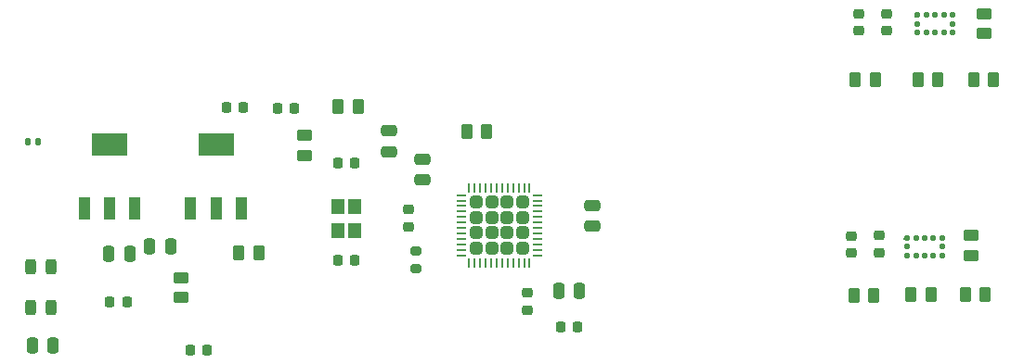
<source format=gtp>
G04 #@! TF.GenerationSoftware,KiCad,Pcbnew,(6.0.1)*
G04 #@! TF.CreationDate,2023-06-26T12:25:45-03:00*
G04 #@! TF.ProjectId,SRR-SCHEMATIC,5352522d-5343-4484-954d-415449432e6b,rev?*
G04 #@! TF.SameCoordinates,Original*
G04 #@! TF.FileFunction,Paste,Top*
G04 #@! TF.FilePolarity,Positive*
%FSLAX46Y46*%
G04 Gerber Fmt 4.6, Leading zero omitted, Abs format (unit mm)*
G04 Created by KiCad (PCBNEW (6.0.1)) date 2023-06-26 12:25:45*
%MOMM*%
%LPD*%
G01*
G04 APERTURE LIST*
G04 Aperture macros list*
%AMRoundRect*
0 Rectangle with rounded corners*
0 $1 Rounding radius*
0 $2 $3 $4 $5 $6 $7 $8 $9 X,Y pos of 4 corners*
0 Add a 4 corners polygon primitive as box body*
4,1,4,$2,$3,$4,$5,$6,$7,$8,$9,$2,$3,0*
0 Add four circle primitives for the rounded corners*
1,1,$1+$1,$2,$3*
1,1,$1+$1,$4,$5*
1,1,$1+$1,$6,$7*
1,1,$1+$1,$8,$9*
0 Add four rect primitives between the rounded corners*
20,1,$1+$1,$2,$3,$4,$5,0*
20,1,$1+$1,$4,$5,$6,$7,0*
20,1,$1+$1,$6,$7,$8,$9,0*
20,1,$1+$1,$8,$9,$2,$3,0*%
G04 Aperture macros list end*
%ADD10RoundRect,0.250000X0.262500X0.450000X-0.262500X0.450000X-0.262500X-0.450000X0.262500X-0.450000X0*%
%ADD11RoundRect,0.225000X-0.250000X0.225000X-0.250000X-0.225000X0.250000X-0.225000X0.250000X0.225000X0*%
%ADD12RoundRect,0.250000X-0.315000X-0.315000X0.315000X-0.315000X0.315000X0.315000X-0.315000X0.315000X0*%
%ADD13RoundRect,0.062500X-0.375000X-0.062500X0.375000X-0.062500X0.375000X0.062500X-0.375000X0.062500X0*%
%ADD14RoundRect,0.062500X-0.062500X-0.375000X0.062500X-0.375000X0.062500X0.375000X-0.062500X0.375000X0*%
%ADD15RoundRect,0.225000X0.250000X-0.225000X0.250000X0.225000X-0.250000X0.225000X-0.250000X-0.225000X0*%
%ADD16RoundRect,0.225000X0.225000X0.250000X-0.225000X0.250000X-0.225000X-0.250000X0.225000X-0.250000X0*%
%ADD17RoundRect,0.250000X0.250000X0.475000X-0.250000X0.475000X-0.250000X-0.475000X0.250000X-0.475000X0*%
%ADD18RoundRect,0.250000X-0.250000X-0.475000X0.250000X-0.475000X0.250000X0.475000X-0.250000X0.475000X0*%
%ADD19RoundRect,0.125000X-0.125000X-0.125000X0.125000X-0.125000X0.125000X0.125000X-0.125000X0.125000X0*%
%ADD20RoundRect,0.062500X-0.127500X-0.062500X0.127500X-0.062500X0.127500X0.062500X-0.127500X0.062500X0*%
%ADD21RoundRect,0.243750X0.243750X0.456250X-0.243750X0.456250X-0.243750X-0.456250X0.243750X-0.456250X0*%
%ADD22RoundRect,0.250000X-0.262500X-0.450000X0.262500X-0.450000X0.262500X0.450000X-0.262500X0.450000X0*%
%ADD23RoundRect,0.250000X0.450000X-0.262500X0.450000X0.262500X-0.450000X0.262500X-0.450000X-0.262500X0*%
%ADD24RoundRect,0.250000X0.475000X-0.250000X0.475000X0.250000X-0.475000X0.250000X-0.475000X-0.250000X0*%
%ADD25RoundRect,0.225000X-0.225000X-0.250000X0.225000X-0.250000X0.225000X0.250000X-0.225000X0.250000X0*%
%ADD26RoundRect,0.147500X-0.147500X-0.172500X0.147500X-0.172500X0.147500X0.172500X-0.147500X0.172500X0*%
%ADD27RoundRect,0.200000X0.275000X-0.200000X0.275000X0.200000X-0.275000X0.200000X-0.275000X-0.200000X0*%
%ADD28R,1.200000X1.400000*%
%ADD29R,1.000000X2.150000*%
%ADD30R,3.250000X2.150000*%
%ADD31RoundRect,0.250000X-0.450000X0.262500X-0.450000X-0.262500X0.450000X-0.262500X0.450000X0.262500X0*%
%ADD32RoundRect,0.250000X-0.475000X0.250000X-0.475000X-0.250000X0.475000X-0.250000X0.475000X0.250000X0*%
G04 APERTURE END LIST*
D10*
X162024700Y-76555600D03*
X160199700Y-76555600D03*
D11*
X165735000Y-91300000D03*
X165735000Y-92850000D03*
D12*
X165295000Y-82990000D03*
X161095000Y-84390000D03*
X161095000Y-85790000D03*
X162495000Y-82990000D03*
X163895000Y-85790000D03*
X161095000Y-87190000D03*
X162495000Y-87190000D03*
X165295000Y-84390000D03*
X165295000Y-87190000D03*
X162495000Y-84390000D03*
X163895000Y-82990000D03*
X165295000Y-85790000D03*
X163895000Y-84390000D03*
X161095000Y-82990000D03*
X163895000Y-87190000D03*
X162495000Y-85790000D03*
D13*
X159757500Y-82340000D03*
X159757500Y-82840000D03*
X159757500Y-83340000D03*
X159757500Y-83840000D03*
X159757500Y-84340000D03*
X159757500Y-84840000D03*
X159757500Y-85340000D03*
X159757500Y-85840000D03*
X159757500Y-86340000D03*
X159757500Y-86840000D03*
X159757500Y-87340000D03*
X159757500Y-87840000D03*
D14*
X160445000Y-88527500D03*
X160945000Y-88527500D03*
X161445000Y-88527500D03*
X161945000Y-88527500D03*
X162445000Y-88527500D03*
X162945000Y-88527500D03*
X163445000Y-88527500D03*
X163945000Y-88527500D03*
X164445000Y-88527500D03*
X164945000Y-88527500D03*
X165445000Y-88527500D03*
X165945000Y-88527500D03*
D13*
X166632500Y-87840000D03*
X166632500Y-87340000D03*
X166632500Y-86840000D03*
X166632500Y-86340000D03*
X166632500Y-85840000D03*
X166632500Y-85340000D03*
X166632500Y-84840000D03*
X166632500Y-84340000D03*
X166632500Y-83840000D03*
X166632500Y-83340000D03*
X166632500Y-82840000D03*
X166632500Y-82340000D03*
D14*
X165945000Y-81652500D03*
X165445000Y-81652500D03*
X164945000Y-81652500D03*
X164445000Y-81652500D03*
X163945000Y-81652500D03*
X163445000Y-81652500D03*
X162945000Y-81652500D03*
X162445000Y-81652500D03*
X161945000Y-81652500D03*
X161445000Y-81652500D03*
X160945000Y-81652500D03*
X160445000Y-81652500D03*
D15*
X198477500Y-67310000D03*
X198477500Y-65760000D03*
D16*
X144501200Y-74422000D03*
X142951200Y-74422000D03*
D17*
X133205000Y-86990000D03*
X131305000Y-86990000D03*
D18*
X127575000Y-87675000D03*
X129475000Y-87675000D03*
D19*
X200377500Y-86240000D03*
D20*
X200237500Y-86365000D03*
D19*
X201177500Y-86240000D03*
X201977500Y-86240000D03*
X202777500Y-86240000D03*
X203577500Y-86240000D03*
X203577500Y-87040000D03*
X203577500Y-87840000D03*
X202777500Y-87840000D03*
X201977500Y-87840000D03*
X201177500Y-87840000D03*
X200377500Y-87840000D03*
X200377500Y-87040000D03*
D17*
X122500000Y-96100000D03*
X120600000Y-96100000D03*
D21*
X122337500Y-88925000D03*
X120462500Y-88925000D03*
D15*
X195937500Y-67310000D03*
X195937500Y-65760000D03*
D22*
X200740000Y-91440000D03*
X202565000Y-91440000D03*
X195515000Y-91540000D03*
X197340000Y-91540000D03*
D20*
X201182500Y-66000000D03*
D19*
X201322500Y-65875000D03*
X202122500Y-65875000D03*
X202922500Y-65875000D03*
X203722500Y-65875000D03*
X204522500Y-65875000D03*
X204522500Y-66675000D03*
X204522500Y-67475000D03*
X203722500Y-67475000D03*
X202922500Y-67475000D03*
X202122500Y-67475000D03*
X201322500Y-67475000D03*
X201322500Y-66675000D03*
D23*
X206177500Y-87852500D03*
X206177500Y-86027500D03*
D24*
X156210000Y-80960000D03*
X156210000Y-79060000D03*
D22*
X139422500Y-87630000D03*
X141247500Y-87630000D03*
X201375000Y-71755000D03*
X203200000Y-71755000D03*
D25*
X127670000Y-92070000D03*
X129220000Y-92070000D03*
D26*
X120165000Y-77465000D03*
X121135000Y-77465000D03*
D16*
X150000000Y-88265000D03*
X148450000Y-88265000D03*
D23*
X207367500Y-67587500D03*
X207367500Y-65762500D03*
D22*
X195660000Y-71755000D03*
X197485000Y-71755000D03*
D27*
X155575000Y-89090000D03*
X155575000Y-87440000D03*
D28*
X148425000Y-83355000D03*
X148425000Y-85555000D03*
X150025000Y-85555000D03*
X150025000Y-83355000D03*
D10*
X207490000Y-91465000D03*
X205665000Y-91465000D03*
D15*
X197802500Y-87590000D03*
X197802500Y-86040000D03*
D17*
X170495000Y-91100000D03*
X168595000Y-91100000D03*
D16*
X170350000Y-94375000D03*
X168800000Y-94375000D03*
D29*
X135035000Y-83545000D03*
X137335000Y-83545000D03*
X139635000Y-83545000D03*
D30*
X137335000Y-77745000D03*
D23*
X145389600Y-78710800D03*
X145389600Y-76885800D03*
D16*
X136515000Y-96510000D03*
X134965000Y-96510000D03*
D22*
X148492200Y-74269600D03*
X150317200Y-74269600D03*
D10*
X208280000Y-71755000D03*
X206455000Y-71755000D03*
D25*
X148450000Y-79375000D03*
X150000000Y-79375000D03*
D24*
X153100000Y-78355000D03*
X153100000Y-76455000D03*
D31*
X134160000Y-89887500D03*
X134160000Y-91712500D03*
D21*
X122312500Y-92575000D03*
X120437500Y-92575000D03*
D25*
X138290000Y-74295000D03*
X139840000Y-74295000D03*
D29*
X125335000Y-83545000D03*
X127635000Y-83545000D03*
X129935000Y-83545000D03*
D30*
X127635000Y-77745000D03*
D15*
X154940000Y-85230000D03*
X154940000Y-83680000D03*
D32*
X171653200Y-83301800D03*
X171653200Y-85201800D03*
D15*
X195277500Y-87615000D03*
X195277500Y-86065000D03*
M02*

</source>
